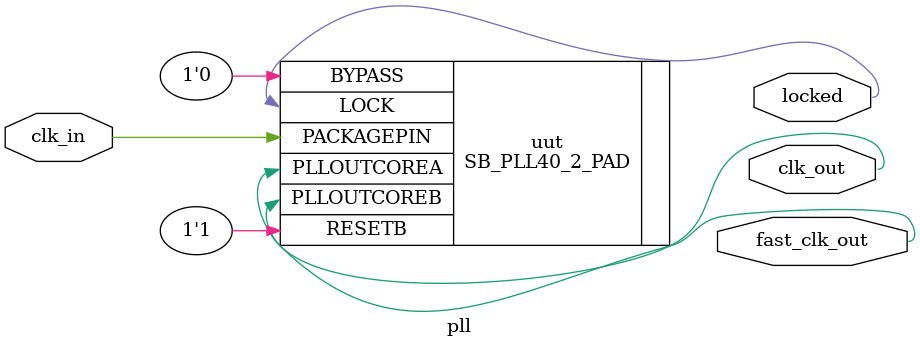
<source format=v>
/**
 * PLL configuration
 *
 * This Verilog header file was generated automatically
 * using the icepll tool from the IceStorm project.
 * It is intended for use with FPGA primitives SB_PLL40_CORE,
 * SB_PLL40_PAD, SB_PLL40_2_PAD, SB_PLL40_2F_CORE or SB_PLL40_2F_PAD.
 * Use at your own risk.
 *
 * Given input frequency:        12.000 MHz
 * Requested output frequency:   48.000 MHz
 * Achieved output frequency:    48.000 MHz
 */
`default_nettype none

module pll(
    input clk_in,
    output fast_clk_out,
    output clk_out,
    output locked
);

SB_PLL40_2_PAD #(
    .FEEDBACK_PATH("SIMPLE"),
    .DIVR(4'b0000),             // DIVR =  0
    .DIVF(7'b0111111),          // DIVF = 63
    .DIVQ(3'b100),              // DIVQ =  4
    .FILTER_RANGE(3'b001)       // FILTER_RANGE = 1
    ) uut (
    .LOCK(locked),
    .RESETB(1'b1),
    .BYPASS(1'b0),
    .PACKAGEPIN(clk_in),
    .PLLOUTCOREA(clk_out),
    .PLLOUTCOREB(fast_clk_out)
);


endmodule

</source>
